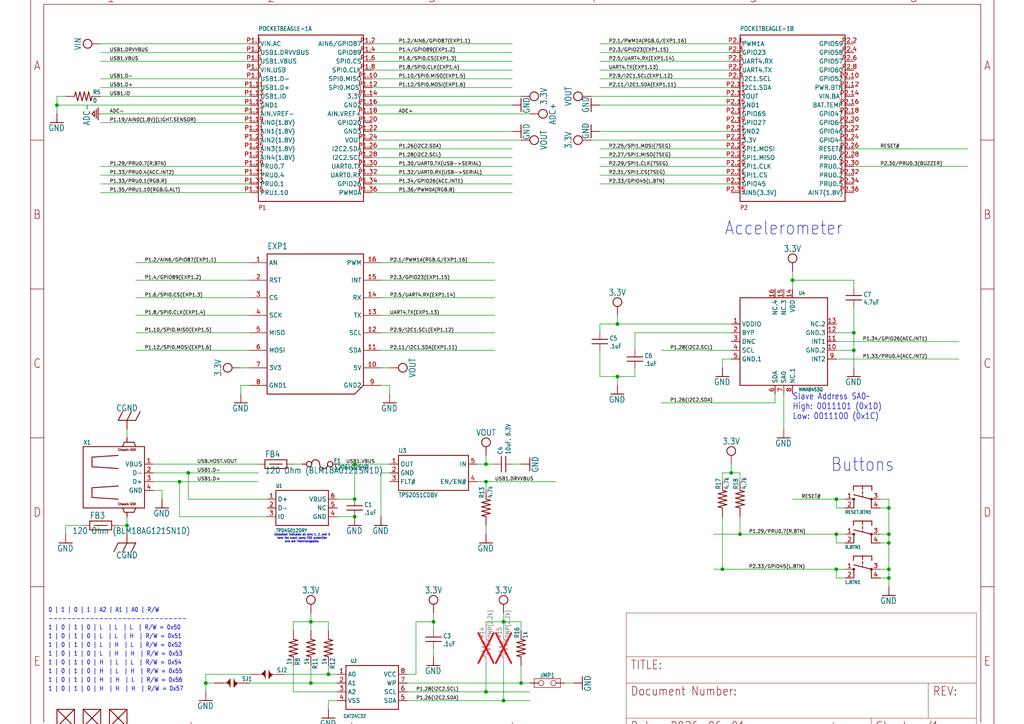
<source format=kicad_sch>
(kicad_sch (version 20231120) (generator "eeschema") (generator_version "8.0")
  (paper "A4")
  (junction (at 247.65 101.6))
  (junction (at 36.83 152.4))
  (junction (at 140.97 139.7))
  (junction (at 16.51 30.48))
  (junction (at 52.07 139.7))
  (junction (at 90.17 180.34))
  (junction (at 247.65 96.52))
  (junction (at 90.17 198.12))
  (junction (at 257.81 165.1))
  (junction (at 102.87 134.62))
  (junction (at 242.57 154.94))
  (junction (at 212.09 137.16))
  (junction (at 209.55 165.1))
  (junction (at 257.81 154.94))
  (junction (at 151.13 198.12))
  (junction (at 257.81 147.32))
  (junction (at 257.81 167.64))
  (junction (at 146.05 203.2))
  (junction (at 179.07 109.22))
  (junction (at 146.05 180.34))
  (junction (at 229.87 81.28))
  (junction (at 140.97 200.66))
  (junction (at 102.87 144.78))
  (junction (at 125.73 180.34))
  (junction (at 59.69 198.12))
  (junction (at 179.07 93.98))
  (junction (at 242.57 165.1))
  (junction (at 242.57 144.78))
  (junction (at 95.25 195.58))
  (junction (at 102.87 149.86))
  (junction (at 54.61 137.16))
  (junction (at 214.63 154.94))
  (junction (at 257.81 157.48))
  (junction (at 140.97 134.62))
  (wire (pts (xy 110.49 96.52) (xy 143.51 96.52)) (stroke (width 0.1524)))
  (wire (pts (xy 212.09 93.98) (xy 179.07 93.98)) (stroke (width 0.1524)))
  (wire (pts (xy 140.97 139.7) (xy 138.43 139.7)) (stroke (width 0.1524)))
  (wire (pts (xy 34.29 152.4) (xy 36.83 152.4)) (stroke (width 0.1524)))
  (wire (pts (xy 212.09 12.7) (xy 173.99 12.7)) (stroke (width 0.1524)))
  (wire (pts (xy 151.13 40.64) (xy 107.95 40.64)) (stroke (width 0.1524)))
  (wire (pts (xy 257.81 165.1) (xy 257.81 167.64)) (stroke (width 0.1524)))
  (wire (pts (xy 110.49 81.28) (xy 143.51 81.28)) (stroke (width 0.1524)))
  (wire (pts (xy 72.39 12.7) (xy 29.21 12.7)) (stroke (width 0.1524)))
  (wire (pts (xy 72.39 25.4) (xy 29.21 25.4)) (stroke (width 0.1524)))
  (wire (pts (xy 36.83 154.94) (xy 36.83 152.4)) (stroke (width 0.1524)))
  (wire (pts (xy 209.55 137.16) (xy 212.09 137.16)) (stroke (width 0.1524)))
  (wire (pts (xy 69.85 106.68) (xy 72.39 106.68)) (stroke (width 0.1524)))
  (wire (pts (xy 110.49 101.6) (xy 143.51 101.6)) (stroke (width 0.1524)))
  (wire (pts (xy 140.97 180.34) (xy 146.05 180.34)) (stroke (width 0.1524)))
  (wire (pts (xy 72.39 48.26) (xy 29.21 48.26)) (stroke (width 0.1524)))
  (wire (pts (xy 212.09 104.14) (xy 209.55 104.14)) (stroke (width 0.1524)))
  (wire (pts (xy 46.99 142.24) (xy 44.45 142.24)) (stroke (width 0.1524)))
  (wire (pts (xy 95.25 195.58) (xy 82.55 195.58)) (stroke (width 0.1524)))
  (wire (pts (xy 247.65 81.28) (xy 247.65 83.82)) (stroke (width 0.1524)))
  (wire (pts (xy 72.39 55.88) (xy 29.21 55.88)) (stroke (width 0.1524)))
  (wire (pts (xy 209.55 104.14) (xy 209.55 106.68)) (stroke (width 0.1524)))
  (wire (pts (xy 36.83 152.4) (xy 36.83 149.86)) (stroke (width 0.1524)))
  (wire (pts (xy 209.55 139.7) (xy 209.55 137.16)) (stroke (width 0.1524)))
  (wire (pts (xy 209.55 165.1) (xy 207.01 165.1)) (stroke (width 0.1524)))
  (wire (pts (xy 151.13 180.34) (xy 146.05 180.34)) (stroke (width 0.1524)))
  (wire (pts (xy 227.33 124.46) (xy 227.33 114.3)) (stroke (width 0.1524)))
  (wire (pts (xy 242.57 101.6) (xy 247.65 101.6)) (stroke (width 0.1524)))
  (wire (pts (xy 59.69 195.58) (xy 59.69 198.12)) (stroke (width 0.1524)))
  (wire (pts (xy 214.63 154.94) (xy 207.01 154.94)) (stroke (width 0.1524)))
  (wire (pts (xy 69.85 114.3) (xy 69.85 111.76)) (stroke (width 0.1524)))
  (wire (pts (xy 125.73 182.88) (xy 125.73 180.34)) (stroke (width 0.1524)))
  (wire (pts (xy 212.09 25.4) (xy 173.99 25.4)) (stroke (width 0.1524)))
  (wire (pts (xy 171.45 40.64) (xy 212.09 40.64)) (stroke (width 0.1524)))
  (wire (pts (xy 120.65 195.58) (xy 120.65 180.34)) (stroke (width 0.1524)))
  (wire (pts (xy 140.97 193.04) (xy 140.97 200.66)) (stroke (width 0.1524)))
  (wire (pts (xy 118.11 200.66) (xy 140.97 200.66)) (stroke (width 0.1524)))
  (wire (pts (xy 179.07 111.76) (xy 179.07 109.22)) (stroke (width 0.1524)))
  (wire (pts (xy 242.57 165.1) (xy 209.55 165.1)) (stroke (width 0.1524)))
  (wire (pts (xy 120.65 180.34) (xy 125.73 180.34)) (stroke (width 0.1524)))
  (wire (pts (xy 59.69 198.12) (xy 59.69 200.66)) (stroke (width 0.1524)))
  (wire (pts (xy 255.27 165.1) (xy 257.81 165.1)) (stroke (width 0.1524)))
  (wire (pts (xy 151.13 182.88) (xy 151.13 180.34)) (stroke (width 0.1524)))
  (wire (pts (xy 110.49 91.44) (xy 143.51 91.44)) (stroke (width 0.1524)))
  (wire (pts (xy 140.97 134.62) (xy 143.51 134.62)) (stroke (width 0.1524)))
  (wire (pts (xy 113.03 106.68) (xy 110.49 106.68)) (stroke (width 0.1524)))
  (wire (pts (xy 19.05 154.94) (xy 19.05 152.4)) (stroke (width 0.1524)))
  (wire (pts (xy 242.57 147.32) (xy 242.57 144.78)) (stroke (width 0.1524)))
  (wire (pts (xy 118.11 195.58) (xy 120.65 195.58)) (stroke (width 0.1524)))
  (wire (pts (xy 151.13 198.12) (xy 153.67 198.12)) (stroke (width 0.1524)))
  (wire (pts (xy 212.09 96.52) (xy 184.15 96.52)) (stroke (width 0.1524)))
  (wire (pts (xy 16.51 30.48) (xy 16.51 27.94)) (stroke (width 0.1524)))
  (wire (pts (xy 72.39 101.6) (xy 39.37 101.6)) (stroke (width 0.1524)))
  (wire (pts (xy 72.39 50.8) (xy 29.21 50.8)) (stroke (width 0.1524)))
  (wire (pts (xy 161.29 139.7) (xy 140.97 139.7)) (stroke (width 0.1524)))
  (wire (pts (xy 97.79 195.58) (xy 95.25 195.58)) (stroke (width 0.1524)))
  (wire (pts (xy 184.15 109.22) (xy 179.07 109.22)) (stroke (width 0.1524)))
  (wire (pts (xy 184.15 106.68) (xy 184.15 109.22)) (stroke (width 0.1524)))
  (wire (pts (xy 209.55 165.1) (xy 209.55 149.86)) (stroke (width 0.1524)))
  (wire (pts (xy 118.11 198.12) (xy 151.13 198.12)) (stroke (width 0.1524)))
  (wire (pts (xy 110.49 149.86) (xy 110.49 137.16)) (stroke (width 0.1524)))
  (wire (pts (xy 107.95 55.88) (xy 148.59 55.88)) (stroke (width 0.1524)))
  (wire (pts (xy 247.65 101.6) (xy 247.65 96.52)) (stroke (width 0.1524)))
  (wire (pts (xy 72.39 22.86) (xy 29.21 22.86)) (stroke (width 0.1524)))
  (wire (pts (xy 229.87 144.78) (xy 242.57 144.78)) (stroke (width 0.1524)))
  (wire (pts (xy 72.39 33.02) (xy 29.21 33.02)) (stroke (width 0.1524)))
  (wire (pts (xy 151.13 27.94) (xy 107.95 27.94)) (stroke (width 0.1524)))
  (wire (pts (xy 90.17 182.88) (xy 90.17 180.34)) (stroke (width 0.1524)))
  (wire (pts (xy 212.09 17.78) (xy 173.99 17.78)) (stroke (width 0.1524)))
  (wire (pts (xy 107.95 33.02) (xy 153.67 33.02)) (stroke (width 0.1524)))
  (wire (pts (xy 110.49 137.16) (xy 113.03 137.16)) (stroke (width 0.1524)))
  (wire (pts (xy 72.39 35.56) (xy 29.21 35.56)) (stroke (width 0.1524)))
  (wire (pts (xy 113.03 114.3) (xy 113.03 111.76)) (stroke (width 0.1524)))
  (wire (pts (xy 247.65 48.26) (xy 280.67 48.26)) (stroke (width 0.1524)))
  (wire (pts (xy 184.15 96.52) (xy 184.15 101.6)) (stroke (width 0.1524)))
  (wire (pts (xy 140.97 134.62) (xy 138.43 134.62)) (stroke (width 0.1524)))
  (wire (pts (xy 125.73 190.5) (xy 125.73 187.96)) (stroke (width 0.1524)))
  (wire (pts (xy 245.11 167.64) (xy 242.57 167.64)) (stroke (width 0.1524)))
  (wire (pts (xy 72.39 91.44) (xy 39.37 91.44)) (stroke (width 0.1524)))
  (wire (pts (xy 255.27 154.94) (xy 257.81 154.94)) (stroke (width 0.1524)))
  (wire (pts (xy 19.05 152.4) (xy 24.13 152.4)) (stroke (width 0.1524)))
  (wire (pts (xy 46.99 144.78) (xy 46.99 142.24)) (stroke (width 0.1524)))
  (wire (pts (xy 72.39 15.24) (xy 29.21 15.24)) (stroke (width 0.1524)))
  (wire (pts (xy 146.05 193.04) (xy 146.05 203.2)) (stroke (width 0.1524)))
  (wire (pts (xy 212.09 50.8) (xy 173.99 50.8)) (stroke (width 0.1524)))
  (wire (pts (xy 125.73 180.34) (xy 125.73 177.8)) (stroke (width 0.1524)))
  (wire (pts (xy 212.09 48.26) (xy 173.99 48.26)) (stroke (width 0.1524)))
  (wire (pts (xy 140.97 154.94) (xy 140.97 152.4)) (stroke (width 0.1524)))
  (wire (pts (xy 72.39 17.78) (xy 29.21 17.78)) (stroke (width 0.1524)))
  (wire (pts (xy 212.09 20.32) (xy 173.99 20.32)) (stroke (width 0.1524)))
  (wire (pts (xy 85.09 180.34) (xy 90.17 180.34)) (stroke (width 0.1524)))
  (wire (pts (xy 171.45 27.94) (xy 212.09 27.94)) (stroke (width 0.1524)))
  (wire (pts (xy 140.97 142.24) (xy 140.97 139.7)) (stroke (width 0.1524)))
  (wire (pts (xy 212.09 45.72) (xy 173.99 45.72)) (stroke (width 0.1524)))
  (wire (pts (xy 90.17 180.34) (xy 95.25 180.34)) (stroke (width 0.1524)))
  (wire (pts (xy 255.27 147.32) (xy 257.81 147.32)) (stroke (width 0.1524)))
  (wire (pts (xy 224.79 114.3) (xy 224.79 116.84)) (stroke (width 0.1524)))
  (wire (pts (xy 229.87 81.28) (xy 247.65 81.28)) (stroke (width 0.1524)))
  (wire (pts (xy 257.81 144.78) (xy 257.81 147.32)) (stroke (width 0.1524)))
  (wire (pts (xy 247.65 101.6) (xy 247.65 106.68)) (stroke (width 0.1524)))
  (wire (pts (xy 146.05 180.34) (xy 146.05 177.8)) (stroke (width 0.1524)))
  (wire (pts (xy 242.57 154.94) (xy 214.63 154.94)) (stroke (width 0.1524)))
  (wire (pts (xy 255.27 144.78) (xy 257.81 144.78)) (stroke (width 0.1524)))
  (wire (pts (xy 97.79 200.66) (xy 85.09 200.66)) (stroke (width 0.1524)))
  (wire (pts (xy 97.79 198.12) (xy 90.17 198.12)) (stroke (width 0.1524)))
  (wire (pts (xy 214.63 139.7) (xy 214.63 137.16)) (stroke (width 0.1524)))
  (wire (pts (xy 72.39 96.52) (xy 39.37 96.52)) (stroke (width 0.1524)))
  (wire (pts (xy 179.07 93.98) (xy 179.07 91.44)) (stroke (width 0.1524)))
  (wire (pts (xy 179.07 109.22) (xy 173.99 109.22)) (stroke (width 0.1524)))
  (wire (pts (xy 242.57 167.64) (xy 242.57 165.1)) (stroke (width 0.1524)))
  (wire (pts (xy 102.87 134.62) (xy 97.79 134.62)) (stroke (width 0.1524)))
  (wire (pts (xy 255.27 167.64) (xy 257.81 167.64)) (stroke (width 0.1524)))
  (wire (pts (xy 163.83 198.12) (xy 166.37 198.12)) (stroke (width 0.1524)))
  (wire (pts (xy 36.83 127) (xy 36.83 124.46)) (stroke (width 0.1524)))
  (wire (pts (xy 107.95 50.8) (xy 148.59 50.8)) (stroke (width 0.1524)))
  (wire (pts (xy 97.79 203.2) (xy 95.25 203.2)) (stroke (width 0.1524)))
  (wire (pts (xy 242.57 99.06) (xy 278.13 99.06)) (stroke (width 0.1524)))
  (wire (pts (xy 69.85 111.76) (xy 72.39 111.76)) (stroke (width 0.1524)))
  (wire (pts (xy 95.25 195.58) (xy 95.25 193.04)) (stroke (width 0.1524)))
  (wire (pts (xy 72.39 76.2) (xy 39.37 76.2)) (stroke (width 0.1524)))
  (wire (pts (xy 245.11 165.1) (xy 242.57 165.1)) (stroke (width 0.1524)))
  (wire (pts (xy 95.25 203.2) (xy 95.25 205.74)) (stroke (width 0.1524)))
  (wire (pts (xy 72.39 195.58) (xy 59.69 195.58)) (stroke (width 0.1524)))
  (wire (pts (xy 85.09 134.62) (xy 87.63 134.62)) (stroke (width 0.1524)))
  (wire (pts (xy 212.09 43.18) (xy 173.99 43.18)) (stroke (width 0.1524)))
  (wire (pts (xy 151.13 198.12) (xy 151.13 193.04)) (stroke (width 0.1524)))
  (wire (pts (xy 72.39 27.94) (xy 29.21 27.94)) (stroke (width 0.1524)))
  (wire (pts (xy 229.87 81.28) (xy 229.87 78.74)) (stroke (width 0.1524)))
  (wire (pts (xy 107.95 48.26) (xy 148.59 48.26)) (stroke (width 0.1524)))
  (wire (pts (xy 44.45 134.62) (xy 74.93 134.62)) (stroke (width 0.1524)))
  (wire (pts (xy 74.93 139.7) (xy 52.07 139.7)) (stroke (width 0.1524)))
  (wire (pts (xy 148.59 30.48) (xy 107.95 30.48)) (stroke (width 0.1524)))
  (wire (pts (xy 173.99 109.22) (xy 173.99 101.6)) (stroke (width 0.1524)))
  (wire (pts (xy 212.09 101.6) (xy 191.77 101.6)) (stroke (width 0.1524)))
  (wire (pts (xy 257.81 154.94) (xy 257.81 157.48)) (stroke (width 0.1524)))
  (wire (pts (xy 16.51 30.48) (xy 72.39 30.48)) (stroke (width 0.1524)))
  (wire (pts (xy 214.63 154.94) (xy 214.63 149.86)) (stroke (width 0.1524)))
  (wire (pts (xy 247.65 43.18) (xy 280.67 43.18)) (stroke (width 0.1524)))
  (wire (pts (xy 72.39 86.36) (xy 39.37 86.36)) (stroke (width 0.1524)))
  (wire (pts (xy 257.81 147.32) (xy 257.81 154.94)) (stroke (width 0.1524)))
  (wire (pts (xy 212.09 137.16) (xy 212.09 134.62)) (stroke (width 0.1524)))
  (wire (pts (xy 107.95 53.34) (xy 148.59 53.34)) (stroke (width 0.1524)))
  (wire (pts (xy 148.59 38.1) (xy 107.95 38.1)) (stroke (width 0.1524)))
  (wire (pts (xy 173.99 38.1) (xy 212.09 38.1)) (stroke (width 0.1524)))
  (wire (pts (xy 242.57 157.48) (xy 242.57 154.94)) (stroke (width 0.1524)))
  (wire (pts (xy 52.07 139.7) (xy 44.45 139.7)) (stroke (width 0.1524)))
  (wire (pts (xy 102.87 144.78) (xy 102.87 134.62)) (stroke (width 0.1524)))
  (wire (pts (xy 257.81 167.64) (xy 257.81 170.18)) (stroke (width 0.1524)))
  (wire (pts (xy 90.17 198.12) (xy 90.17 193.04)) (stroke (width 0.1524)))
  (wire (pts (xy 245.11 147.32) (xy 242.57 147.32)) (stroke (width 0.1524)))
  (wire (pts (xy 90.17 198.12) (xy 72.39 198.12)) (stroke (width 0.1524)))
  (wire (pts (xy 52.07 149.86) (xy 52.07 139.7)) (stroke (width 0.1524)))
  (wire (pts (xy 107.95 43.18) (xy 148.59 43.18)) (stroke (width 0.1524)))
  (wire (pts (xy 107.95 22.86) (xy 148.59 22.86)) (stroke (width 0.1524)))
  (wire (pts (xy 224.79 116.84) (xy 191.77 116.84)) (stroke (width 0.1524)))
  (wire (pts (xy 151.13 134.62) (xy 148.59 134.62)) (stroke (width 0.1524)))
  (wire (pts (xy 90.17 180.34) (xy 90.17 177.8)) (stroke (width 0.1524)))
  (wire (pts (xy 140.97 182.88) (xy 140.97 180.34)) (stroke (width 0.1524)))
  (wire (pts (xy 214.63 137.16) (xy 212.09 137.16)) (stroke (width 0.1524)))
  (wire (pts (xy 107.95 25.4) (xy 148.59 25.4)) (stroke (width 0.1524)))
  (wire (pts (xy 110.49 86.36) (xy 143.51 86.36)) (stroke (width 0.1524)))
  (wire (pts (xy 113.03 111.76) (xy 110.49 111.76)) (stroke (width 0.1524)))
  (wire (pts (xy 16.51 27.94) (xy 19.05 27.94)) (stroke (width 0.1524)))
  (wire (pts (xy 74.93 137.16) (xy 54.61 137.16)) (stroke (width 0.1524)))
  (wire (pts (xy 85.09 182.88) (xy 85.09 180.34)) (stroke (width 0.1524)))
  (wire (pts (xy 54.61 144.78) (xy 77.47 144.78)) (stroke (width 0.1524)))
  (wire (pts (xy 229.87 83.82) (xy 229.87 81.28)) (stroke (width 0.1524)))
  (wire (pts (xy 16.51 33.02) (xy 16.51 30.48)) (stroke (width 0.1524)))
  (wire (pts (xy 245.11 154.94) (xy 242.57 154.94)) (stroke (width 0.1524)))
  (wire (pts (xy 140.97 132.08) (xy 140.97 134.62)) (stroke (width 0.1524)))
  (wire (pts (xy 242.57 96.52) (xy 247.65 96.52)) (stroke (width 0.1524)))
  (wire (pts (xy 52.07 149.86) (xy 77.47 149.86)) (stroke (width 0.1524)))
  (wire (pts (xy 110.49 76.2) (xy 143.51 76.2)) (stroke (width 0.1524)))
  (wire (pts (xy 54.61 144.78) (xy 54.61 137.16)) (stroke (width 0.1524)))
  (wire (pts (xy 245.11 157.48) (xy 242.57 157.48)) (stroke (width 0.1524)))
  (wire (pts (xy 257.81 157.48) (xy 257.81 165.1)) (stroke (width 0.1524)))
  (wire (pts (xy 54.61 137.16) (xy 44.45 137.16)) (stroke (width 0.1524)))
  (wire (pts (xy 247.65 96.52) (xy 247.65 88.9)) (stroke (width 0.1524)))
  (wire (pts (xy 118.11 203.2) (xy 146.05 203.2)) (stroke (width 0.1524)))
  (wire (pts (xy 179.07 93.98) (xy 173.99 93.98)) (stroke (width 0.1524)))
  (wire (pts (xy 107.95 17.78) (xy 148.59 17.78)) (stroke (width 0.1524)))
  (wire (pts (xy 95.25 180.34) (xy 95.25 182.88)) (stroke (width 0.1524)))
  (wire (pts (xy 212.09 53.34) (xy 173.99 53.34)) (stroke (width 0.1524)))
  (wire (pts (xy 212.09 22.86) (xy 173.99 22.86)) (stroke (width 0.1524)))
  (wire (pts (xy 278.13 104.14) (xy 242.57 104.14)) (stroke (width 0.1524)))
  (wire (pts (xy 107.95 20.32) (xy 148.59 20.32)) (stroke (width 0.1524)))
  (wire (pts (xy 242.57 144.78) (xy 245.11 144.78)) (stroke (width 0.1524)))
  (wire (pts (xy 255.27 157.48) (xy 257.81 157.48)) (stroke (width 0.1524)))
  (wire (pts (xy 146.05 203.2) (xy 153.67 203.2)) (stroke (width 0.1524)))
  (wire (pts (xy 97.79 144.78) (xy 102.87 144.78)) (stroke (width 0.1524)))
  (wire (pts (xy 107.95 12.7) (xy 148.59 12.7)) (stroke (width 0.1524)))
  (wire (pts (xy 140.97 200.66) (xy 153.67 200.66)) (stroke (width 0.1524)))
  (wire (pts (xy 107.95 15.24) (xy 148.59 15.24)) (stroke (width 0.1524)))
  (wire (pts (xy 173.99 30.48) (xy 212.09 30.48)) (stroke (width 0.1524)))
  (wire (pts (xy 72.39 81.28) (xy 39.37 81.28)) (stroke (width 0.1524)))
  (wire (pts (xy 212.09 15.24) (xy 173.99 15.24)) (stroke (width 0.1524)))
  (wire (pts (xy 97.79 149.86) (xy 102.87 149.86)) (stroke (width 0.1524)))
  (wire (pts (xy 107.95 45.72) (xy 148.59 45.72)) (stroke (width 0.1524)))
  (wire (pts (xy 173.99 93.98) (xy 173.99 96.52)) (stroke (width 0.1524)))
  (wire (pts (xy 85.09 200.66) (xy 85.09 193.04)) (stroke (width 0.1524)))
  (wire (pts (xy 102.87 134.62) (xy 113.03 134.62)) (stroke (width 0.1524)))
  (wire (pts (xy 72.39 53.34) (xy 29.21 53.34)) (stroke (width 0.1524)))
  (wire (pts (xy 146.05 182.88) (xy 146.05 180.34)) (stroke (width 0.1524)))
  (wire (pts (xy 62.23 198.12) (xy 59.69 198.12)) (stroke (width 0.1524)))
  (text "Accelerometer" (at 227.33 68.58 0) (effects (font (size 3.81 3.2385)) (justify bottom)))
  (text "Buttons" (at 250.19 137.16 0) (effects (font (size 3.81 3.2385)) (justify bottom)))
  (text "1 | 0 | 1 | 0 | H  | L  | L  | R/W = 0x54" (at 13.97 193.04 0) (effects (font (size 1.27 1.0795)) (justify left bottom)))
  (text "1 | 0 | 1 | 0 | L  | H  | H  | R/W = 0x53" (at 13.97 190.5 0) (effects (font (size 1.27 1.0795)) (justify left bottom)))
  (text "1 | 0 | 1 | 0 | H  | H  | H  | R/W = 0x57" (at 13.97 200.66 0) (effects (font (size 1.27 1.0795)) (justify left bottom)))
  (text "Slave Address SA0~\nHigh: 0011101 (0x1D)\nLow: 0011100 (0x1C)" (at 229.87 121.92 0) (effects (font (size 1.778 1.5113)) (justify left bottom)))
  (text "1 | 0 | 1 | 0 | H  | H  | L  | R/W = 0x56" (at 13.97 198.12 0) (effects (font (size 1.27 1.0795)) (justify left bottom)))
  (text "1 | 0 | 1 | 0 | H  | L  | H  | R/W = 0x55" (at 13.97 195.58 0) (effects (font (size 1.27 1.0795)) (justify left bottom)))
  (text "0 | 1 | 0 | 1 | A2 | A1 | A0 | R/W" (at 13.97 177.8 0) (effects (font (size 1.27 1.0795)) (justify left bottom)))
  (text "1 | 0 | 1 | 0 | L  | L  | L  | R/W = 0x50" (at 13.97 182.88 0) (effects (font (size 1.27 1.0795)) (justify left bottom)))
  (text "1 | 0 | 1 | 0 | L  | L  | H  | R/W = 0x51" (at 13.97 185.42 0) (effects (font (size 1.27 1.0795)) (justify left bottom)))
  (text "1 | 0 | 1 | 0 | L  | H  | L  | R/W = 0x52" (at 13.97 187.96 0) (effects (font (size 1.27 1.0795)) (justify left bottom)))
  (text "Datasheet indicates all pins 1, 2, and 3\nhave the exact same ESD protection\nand are interchangeable." (at 87.63 156.21 0) (effects (font (size 0.6096 0.5181))))
  (text "------------------------------" (at 13.97 180.34 0) (effects (font (size 1.27 1.0795)) (justify left bottom)))
  (label "USB1.DRVVBUS" (at 143.51 139.7 0) (effects (font (size 0.9957 0.9957))))
  (label "P1.19/AIN0(1.8V)(LIGHT.SENSOR)" (at 31.75 35.56 0) (effects (font (size 0.9957 0.9957))))
  (label "P1.4/GPIO89(EXP1.2)" (at 115.57 15.24 0) (effects (font (size 0.9957 0.9957))))
  (label "P1.10/SPI0.MISO(EXP1.5)" (at 115.57 22.86 0) (effects (font (size 0.9957 0.9957))))
  (label "P1.26(I2C2.SDA)" (at 115.57 43.18 0) (effects (font (size 0.9957 0.9957))))
  (label "RESET#" (at 232.41 144.78 0) (effects (font (size 0.9957 0.9957))))
  (label "UART4.TX(EXP1.13)" (at 176.53 20.32 0) (effects (font (size 0.9957 0.9957))))
  (label "P1.30/UART0.TX(USB->SERIAL)" (at 115.57 48.26 0) (effects (font (size 0.9957 0.9957))))
  (label "P1.2/AIN6/GPIO87(EXP1.1)" (at 115.57 12.7 0) (effects (font (size 0.9957 0.9957))))
  (label "P1.35/PRU1.10(RGB.G.ALT)" (at 31.75 55.88 0) (effects (font (size 0.9957 0.9957))))
  (label "P1.28(I2C2.SCL)" (at 115.57 45.72 0) (effects (font (size 0.9957 0.9957))))
  (label "P2.30/PRU0.3(BUZZER)" (at 255.27 48.26 0) (effects (font (size 0.9957 0.9957))))
  (label "USB1.VBUS" (at 100.33 134.62 0) (effects (font (size 0.9957 0.9957))))
  (label "P2.1/PWM1A(RGB.G/EXP1.16)" (at 113.03 76.2 0) (effects (font (size 0.9957 0.9957))))
  (label "P2.27/SPI1.MISO(7SEG)" (at 176.53 45.72 0) (effects (font (size 0.9957 0.9957))))
  (label "USB1.ID" (at 31.75 27.94 0) (effects (font (size 0.9957 0.9957))))
  (label "P2.3/GPIO23(EXP1.15)" (at 113.03 81.28 0) (effects (font (size 0.9957 0.9957))))
  (label "P1.36/PWM0A(RGB.B)" (at 115.57 55.88 0) (effects (font (size 0.9957 0.9957))))
  (label "P1.32/UART0.RX(USB->SERIAL)" (at 115.57 50.8 0) (effects (font (size 0.9957 0.9957))))
  (label "P2.29/SPI1.CLK(7SEG)" (at 176.53 48.26 0) (effects (font (size 0.9957 0.9957))))
  (label "USB.HOST.VOUT" (at 57.15 134.62 0) (effects (font (size 0.9957 0.9957))))
  (label "USB1.VBUS" (at 31.75 17.78 0) (effects (font (size 0.9957 0.9957))))
  (label "P1.33/PRU0.4(ACC.INT2)" (at 250.19 104.14 0) (effects (font (size 0.9957 0.9957))))
  (label "P1.26(I2C2.SDA)" (at 194.31 116.84 0) (effects (font (size 0.9957 0.9957))))
  (label "P2.9/I2C1.SCL(EXP1.12)" (at 176.53 22.86 0) (effects (font (size 0.9957 0.9957))))
  (label "USB1.D-" (at 57.15 137.16 0) (effects (font (size 0.9957 0.9957))))
  (label "P1.26(I2C2.SDA)" (at 120.65 203.2 0) (effects (font (size 0.9957 0.9957))))
  (label "P2.11/I2C1.SDA(EXP1.11)" (at 113.03 101.6 0) (effects (font (size 0.9957 0.9957))))
  (label "ADC-" (at 31.75 33.02 0) (effects (font (size 0.9957 0.9957))))
  (label "P2.31/SPI1.CS(7SEG)" (at 176.53 50.8 0) (effects (font (size 0.9957 0.9957))))
  (label "P1.29/PRU0.7(R.BTN)" (at 31.75 48.26 0) (effects (font (size 0.9957 0.9957))))
  (label "P1.8/SPI0.CLK(EXP1.4)" (at 115.57 20.32 0) (effects (font (size 0.9957 0.9957))))
  (label "RESET#" (at 255.27 43.18 0) (effects (font (size 0.9957 0.9957))))
  (label "P1.34/GPIO26(ACC.INT1)" (at 115.57 53.34 0) (effects (font (size 0.9957 0.9957))))
  (label "P1.12/SPI0.MOSI(EXP1.6)" (at 115.57 25.4 0) (effects (font (size 0.9957 0.9957))))
  (label "USB1.DRVVBUS" (at 31.75 15.24 0) (effects (font (size 0.9957 0.9957))))
  (label "P1.4/GPIO89(EXP1.2)" (at 41.91 81.28 0) (effects (font (size 0.9957 0.9957))))
  (label "P1.28(I2C2.SCL)" (at 120.65 200.66 0) (effects (font (size 0.9957 0.9957))))
  (label "UART4.TX(EXP1.13)" (at 113.03 91.44 0) (effects (font (size 0.9957 0.9957))))
  (label "P1.29/PRU0.7(R.BTN)" (at 217.17 154.94 0) (effects (font (size 0.9957 0.9957))))
  (label "P1.28(I2C2.SCL)" (at 194.31 101.6 0) (effects (font (size 0.9957 0.9957))))
  (label "P1.6/SPI0.CS(EXP1.3)" (at 41.91 86.36 0) (effects (font (size 0.9957 0.9957))))
  (label "P1.33/PRU0.1(RGB.R)" (at 31.75 53.34 0) (effects (font (size 0.9957 0.9957))))
  (label "P2.9/I2C1.SCL(EXP1.12)" (at 113.03 96.52 0) (effects (font (size 0.9957 0.9957))))
  (label "P1.34/GPIO26(ACC.INT1)" (at 250.19 99.06 0) (effects (font (size 0.9957 0.9957))))
  (label "ADC+" (at 115.57 33.02 0) (effects (font (size 0.9957 0.9957))))
  (label "P2.5/UART4.RX(EXP1.14)" (at 113.03 86.36 0) (effects (font (size 0.9957 0.9957))))
  (label "P2.5/UART4.RX(EXP1.14)" (at 176.53 17.78 0) (effects (font (size 0.9957 0.9957))))
  (label "P2.33/GPIO45(L.BTN)" (at 217.17 165.1 0) (effects (font (size 0.9957 0.9957))))
  (label "P1.33/PRU0.4(ACC.INT2)" (at 31.75 50.8 0) (effects (font (size 0.9957 0.9957))))
  (label "P2.11/I2C1.SDA(EXP1.11)" (at 176.53 25.4 0) (effects (font (size 0.9957 0.9957))))
  (label "P1.10/SPI0.MISO(EXP1.5)" (at 41.91 96.52 0) (effects (font (size 0.9957 0.9957))))
  (label "P2.3/GPIO23(EXP1.15)" (at 176.53 15.24 0) (effects (font (size 0.9957 0.9957))))
  (label "P2.25/SPI1.MOSI(7SEG)" (at 176.53 43.18 0) (effects (font (size 0.9957 0.9957))))
  (label "P2.33/GPIO45(L.BTN)" (at 176.53 53.34 0) (effects (font (size 0.9957 0.9957))))
  (label "USB1.D+" (at 31.75 25.4 0) (effects (font (size 0.9957 0.9957))))
  (label "P1.12/SPI0.MOSI(EXP1.6)" (at 41.91 101.6 0) (effects (font (size 0.9957 0.9957))))
  (label "P1.8/SPI0.CLK(EXP1.4)" (at 41.91 91.44 0) (effects (font (size 0.9957 0.9957))))
  (label "P1.6/SPI0.CS(EXP1.3)" (at 115.57 17.78 0) (effects (font (size 0.9957 0.9957))))
  (label "USB1.D+" (at 57.15 139.7 0) (effects (font (size 0.9957 0.9957))))
  (label "P2.1/PWM1A(RGB.G/EXP1.16)" (at 176.53 12.7 0) (effects (font (size 0.9957 0.9957))))
  (label "USB1.D-" (at 31.75 22.86 0) (effects (font (size 0.9957 0.9957))))
  (label "P1.2/AIN6/GPIO87(EXP1.1)" (at 41.91 76.2 0) (effects (font (size 0.9957 0.9957))))
  (symbol (lib_id "TechLab-eagle-import:SparkFun-Aesthetics_GND") (at 16.51 35.56 0) (unit 1)
    (property "Reference" "#GND1" (effects (hide yes)))
    (property "Value" "GND" (at 13.97 38.1 0) (effects (font (size 1.778 1.5113)) (justify left bottom)))
  )
  (symbol (lib_id "TechLab-eagle-import:3.3V") (at 168.91 40.64 90) (unit 1)
    (property "Reference" "#SUPPLY20" (effects (hide yes)))
    (property "Value" "3.3V" (at 164.846 40.64 0) (effects (font (size 1.778 1.5113))))
  )
  (symbol (lib_id "TechLab-eagle-import:JUMPER-(X2)") (at 158.75 198.12 0) (unit 1)
    (property "Reference" "JMP1" (at 158.75 196.596 0) (effects (font (size 1.27 1.0795)) (justify bottom)))
    (property "Value" "JUMPER-(X2)" (effects (hide yes)))
    (property "Footprint" "TechLab:JUMPER-(X2)" (effects (hide yes)))
  )
  (symbol (lib_id "TechLab-eagle-import:SparkFun-Aesthetics_GND") (at 171.45 38.1 270) (unit 1)
    (property "Reference" "#GND19" (effects (hide yes)))
    (property "Value" "GND" (at 168.91 35.56 0) (effects (font (size 1.778 1.5113)) (justify left bottom)))
  )
  (symbol (lib_id "TechLab-eagle-import:3.3V") (at 212.09 132.08 0) (unit 1)
    (property "Reference" "#SUPPLY36" (effects (hide yes)))
    (property "Value" "3.3V" (at 212.09 128.016 0) (effects (font (size 1.778 1.5113))))
  )
  (symbol (lib_id "TechLab-eagle-import:RESISTOR-(INCH)-0402") (at 146.05 187.96 90) (unit 1) (dnp yes)
    (property "Reference" "R15" (at 145.542 185.166 0) (effects (font (size 1.27 1.0795)) (justify left bottom)))
    (property "Value" "DNP(2.2k)" (at 146.558 185.166 0) (effects (font (size 1.27 1.0795)) (justify left top)))
    (property "Footprint" "TechLab:0402" (effects (hide yes)))
  )
  (symbol (lib_id "TechLab-eagle-import:SparkFun-Aesthetics_GND") (at 140.97 157.48 0) (unit 1)
    (property "Reference" "#GND13" (effects (hide yes)))
    (property "Value" "GND" (at 138.43 160.02 0) (effects (font (size 1.778 1.5113)) (justify left bottom)))
  )
  (symbol (lib_id "TechLab-eagle-import:SparkFun-Aesthetics_GND") (at 110.49 152.4 0) (unit 1)
    (property "Reference" "#GND9" (effects (hide yes)))
    (property "Value" "GND" (at 107.95 154.94 0) (effects (font (size 1.778 1.5113)) (justify left bottom)))
  )
  (symbol (lib_id "TechLab-eagle-import:TPS2051CDBV") (at 125.73 137.16 0) (unit 1)
    (property "Reference" "U3" (at 115.57 130.048 0) (effects (font (size 1.27 1.0795)) (justify left top)))
    (property "Value" "TPS2051CDBV" (at 115.57 144.272 0) (effects (font (size 1.27 1.0795)) (justify left bottom)))
    (property "Footprint" "TechLab:SOT23-5(TI-DBV)" (effects (hide yes)))
  )
  (symbol (lib_id "TechLab-eagle-import:TACTILE.SWITCH-6MM") (at 250.19 165.1 0) (unit 1)
    (property "Reference" "L.BTN1" (at 245.11 169.418 0) (effects (font (size 1.016 0.8636)) (justify left bottom)))
    (property "Value" "TACTILE.SWITCH-6MM" (effects (hide yes)))
    (property "Footprint" "TechLab:6MM_TACTILE-SWITCH" (effects (hide yes)))
  )
  (symbol (lib_id "TechLab-eagle-import:3.3V") (at 90.17 175.26 0) (unit 1)
    (property "Reference" "#SUPPLY8" (effects (hide yes)))
    (property "Value" "3.3V" (at 90.17 171.196 0) (effects (font (size 1.778 1.5113))))
  )
  (symbol (lib_id "TechLab-eagle-import:SparkFun-Aesthetics_GND") (at 168.91 198.12 90) (unit 1)
    (property "Reference" "#GND17" (effects (hide yes)))
    (property "Value" "GND" (at 171.45 200.66 0) (effects (font (size 1.778 1.5113)) (justify left bottom)))
  )
  (symbol (lib_id "TechLab-eagle-import:SparkFun-Aesthetics_GND") (at 125.73 193.04 0) (unit 1)
    (property "Reference" "#GND12" (effects (hide yes)))
    (property "Value" "GND" (at 123.19 195.58 0) (effects (font (size 1.778 1.5113)) (justify left bottom)))
  )
  (symbol (lib_id "TechLab-eagle-import:VOUT") (at 168.91 27.94 90) (unit 1)
    (property "Reference" "#SUPPLY17" (effects (hide yes)))
    (property "Value" "VOUT" (at 164.846 27.94 0) (effects (font (size 1.778 1.5113))))
  )
  (symbol (lib_id "TechLab-eagle-import:GND") (at 209.55 109.22 0) (unit 1)
    (property "Reference" "#GND21" (effects (hide yes)))
    (property "Value" "GND" (at 207.01 111.76 0) (effects (font (size 1.778 1.5113)) (justify left bottom)))
  )
  (symbol (lib_id "TechLab-eagle-import:POCKETBEAGLE-(ORIGIN-CENTER)-SMT.PADS(ONLY)-NO.RESTRICT") (at 90.17 35.56 0) (unit 1)
    (property "Reference" "POCKETBEAGLE-1" (at 74.93 7.62 0) (effects (font (size 1.27 1.0795)) (justify left top)))
    (property "Value" "POCKETBEAGLE-(ORIGIN-CENTER)-SMT.PADS(ONLY)-NO.RESTRICT" (effects (hide yes)))
    (property "Footprint" "TechLab:POCKETBEAGLE-(ORIGIN-CENTER)-SMT.PADS(ONLY)-NO.RESTRICT" (effects (hide yes)))
  )
  (symbol (lib_id "TechLab-eagle-import:RESISTOR-(INCH)-0402") (at 214.63 144.78 90) (unit 1)
    (property "Reference" "R18" (at 214.122 141.986 0) (effects (font (size 1.27 1.0795)) (justify left bottom)))
    (property "Value" "4.7k" (at 215.138 141.986 0) (effects (font (size 1.27 1.0795)) (justify left top)))
    (property "Footprint" "TechLab:0402" (effects (hide yes)))
  )
  (symbol (lib_id "TechLab-eagle-import:RESISTOR-(INCH)-0402") (at 140.97 187.96 90) (unit 1) (dnp yes)
    (property "Reference" "R14" (at 140.462 185.166 0) (effects (font (size 1.27 1.0795)) (justify left bottom)))
    (property "Value" "DNP(2.2k)" (at 141.478 185.166 0) (effects (font (size 1.27 1.0795)) (justify left top)))
    (property "Footprint" "TechLab:0402" (effects (hide yes)))
  )
  (symbol (lib_id "TechLab-eagle-import:292303-1") (at 31.75 139.7 0) (unit 1)
    (property "Reference" "X1" (at 24.13 129.032 0) (effects (font (size 1.27 1.0795)) (justify left bottom)))
    (property "Value" "292303-1" (effects (hide yes)))
    (property "Footprint" "TechLab:292303-1" (effects (hide yes)))
  )
  (symbol (lib_id "TechLab-eagle-import:SparkFun-Aesthetics_GND") (at 69.85 116.84 0) (unit 1)
    (property "Reference" "#GND5" (effects (hide yes)))
    (property "Value" "GND" (at 67.31 119.38 0) (effects (font (size 1.778 1.5113)) (justify left bottom)))
  )
  (symbol (lib_id "TechLab-eagle-import:CGND") (at 36.83 157.48 0) (unit 1)
    (property "Reference" "#SUPPLY4" (effects (hide yes)))
    (property "Value" "CGND" (at 36.83 161.036 0) (effects (font (size 1.778 1.5113))))
  )
  (symbol (lib_id "TechLab-eagle-import:3.3V") (at 229.87 76.2 0) (unit 1)
    (property "Reference" "#SUPPLY37" (effects (hide yes)))
    (property "Value" "3.3V" (at 229.87 72.136 0) (effects (font (size 1.778 1.5113))))
  )
  (symbol (lib_id "TechLab-eagle-import:SparkFun-Aesthetics_GND") (at 59.69 203.2 0) (unit 1)
    (property "Reference" "#GND4" (effects (hide yes)))
    (property "Value" "GND" (at 57.15 205.74 0) (effects (font (size 1.778 1.5113)) (justify left bottom)))
  )
  (symbol (lib_id "TechLab-eagle-import:CAPACITOR-(INCH)-0805") (at 146.05 134.62 90) (unit 1)
    (property "Reference" "C4" (at 145.796 131.826 0) (effects (font (size 1.27 1.0795)) (justify left bottom)))
    (property "Value" "10uF, 6.3V" (at 148.082 131.826 0) (effects (font (size 1.27 1.0795)) (justify left bottom)))
    (property "Footprint" "TechLab:0805" (effects (hide yes)))
  )
  (symbol (lib_id "TechLab-eagle-import:SOLDER.JOINT-(INCH)-0402") (at 77.47 195.58 0) (unit 1)
    (property "Reference" "SJ2" (at 80.264 195.072 0) (effects (font (size 1.27 1.0795)) (justify left bottom)))
    (property "Value" "SOLDER.JOINT-(INCH)-0402" (effects (hide yes)))
    (property "Footprint" "TechLab:SOLDER.JOINT(0402)" (effects (hide yes)))
  )
  (symbol (lib_id "TechLab-eagle-import:GND") (at 247.65 109.22 0) (unit 1)
    (property "Reference" "#GND31" (effects (hide yes)))
    (property "Value" "GND" (at 245.11 111.76 0) (effects (font (size 1.778 1.5113)) (justify left bottom)))
  )
  (symbol (lib_id "TechLab-eagle-import:SOLDER.JOINT-(INCH)-0402") (at 67.31 198.12 0) (unit 1)
    (property "Reference" "SJ1" (at 70.104 197.612 0) (effects (font (size 1.27 1.0795)) (justify left bottom)))
    (property "Value" "SOLDER.JOINT-(INCH)-0402" (effects (hide yes)))
    (property "Footprint" "TechLab:SOLDER.JOINT(0402)" (effects (hide yes)))
  )
  (symbol (lib_id "TechLab-eagle-import:SparkFun-Aesthetics_GND") (at 113.03 116.84 0) (unit 1)
    (property "Reference" "#GND10" (effects (hide yes)))
    (property "Value" "GND" (at 110.49 119.38 0) (effects (font (size 1.778 1.5113)) (justify left bottom)))
  )
  (symbol (lib_id "TechLab-eagle-import:FIDUCIAL") (at 19.05 208.28 0) (unit 1)
    (property "Reference" "FUD1" (effects (hide yes)))
    (property "Value" "FIDUCIAL" (effects (hide yes)))
    (property "Footprint" "TechLab:FIDUCIAL_40MIL" (effects (hide yes)))
  )
  (symbol (lib_id "TechLab-eagle-import:3.3V") (at 146.05 175.26 0) (unit 1)
    (property "Reference" "#SUPPLY12" (effects (hide yes)))
    (property "Value" "3.3V" (at 146.05 171.196 0) (effects (font (size 1.778 1.5113))))
  )
  (symbol (lib_id "TechLab-eagle-import:SparkFun-Aesthetics_GND") (at 46.99 147.32 0) (unit 1)
    (property "Reference" "#GND3" (effects (hide yes)))
    (property "Value" "GND" (at 44.45 149.86 0) (effects (font (size 1.778 1.5113)) (justify left bottom)))
  )
  (symbol (lib_id "TechLab-eagle-import:CAT24C32") (at 107.95 200.66 0) (unit 1)
    (property "Reference" "U2" (at 102.616 192.278 0) (effects (font (size 1.016 0.8636)) (justify bottom)))
    (property "Value" "CAT24C32" (at 102.87 208.28 0) (effects (font (size 1.016 0.8636)) (justify bottom)))
    (property "Footprint" "TechLab:UDFN8,2X3(ON-SEMI)" (effects (hide yes)))
  )
  (symbol (lib_id "TechLab-eagle-import:RESISTOR-(INCH)-0402") (at 140.97 147.32 90) (unit 1)
    (property "Reference" "R13" (at 140.462 144.526 0) (effects (font (size 1.27 1.0795)) (justify left bottom)))
    (property "Value" "4.7k" (at 141.478 144.526 0) (effects (font (size 1.27 1.0795)) (justify left top)))
    (property "Footprint" "TechLab:0402" (effects (hide yes)))
  )
  (symbol (lib_id "TechLab-eagle-import:POCKETBEAGLE-(ORIGIN-CENTER)-SMT.PADS(ONLY)-NO.RESTRICT") (at 229.87 35.56 0) (unit 2)
    (property "Reference" "POCKETBEAGLE-1" (at 214.63 7.62 0) (effects (font (size 1.27 1.0795)) (justify left top)))
    (property "Value" "POCKETBEAGLE-(ORIGIN-CENTER)-SMT.PADS(ONLY)-NO.RESTRICT" (effects (hide yes)))
    (property "Footprint" "TechLab:POCKETBEAGLE-(ORIGIN-CENTER)-SMT.PADS(ONLY)-NO.RESTRICT" (effects (hide yes)))
  )
  (symbol (lib_id "TechLab-eagle-import:FIDUCIAL") (at 34.29 208.28 0) (unit 1)
    (property "Reference" "FUD3" (effects (hide yes)))
    (property "Value" "FIDUCIAL" (effects (hide yes)))
    (property "Footprint" "TechLab:FIDUCIAL_40MIL" (effects (hide yes)))
  )
  (symbol (lib_id "TechLab-eagle-import:CAPACITOR-(INCH)-0402") (at 247.65 86.36 0) (unit 1)
    (property "Reference" "C7" (at 250.444 86.106 0) (effects (font (size 1.27 1.0795)) (justify left bottom)))
    (property "Value" "4.7uF" (at 250.444 88.392 0) (effects (font (size 1.27 1.0795)) (justify left bottom)))
    (property "Footprint" "TechLab:0402" (effects (hide yes)))
  )
  (symbol (lib_id "TechLab-eagle-import:SparkFun-Aesthetics_GND") (at 171.45 30.48 270) (unit 1)
    (property "Reference" "#GND18" (effects (hide yes)))
    (property "Value" "GND" (at 168.91 27.94 0) (effects (font (size 1.778 1.5113)) (justify left bottom)))
  )
  (symbol (lib_id "TechLab-eagle-import:FIDUCIAL") (at 26.67 208.28 0) (unit 1)
    (property "Reference" "FUD2" (effects (hide yes)))
    (property "Value" "FIDUCIAL" (effects (hide yes)))
    (property "Footprint" "TechLab:FIDUCIAL_40MIL" (effects (hide yes)))
  )
  (symbol (lib_id "TechLab-eagle-import:VOUT") (at 140.97 129.54 0) (unit 1)
    (property "Reference" "#SUPPLY11" (effects (hide yes)))
    (property "Value" "VOUT" (at 140.97 125.476 0) (effects (font (size 1.778 1.5113))))
  )
  (symbol (lib_id "TechLab-eagle-import:GND") (at 257.81 172.72 0) (unit 1)
    (property "Reference" "#GND33" (effects (hide yes)))
    (property "Value" "GND" (at 255.27 175.26 0) (effects (font (size 1.778 1.5113)) (justify left bottom)))
  )
  (symbol (lib_id "TechLab-eagle-import:FB-(INCH)-0603") (at 29.21 152.4 0) (unit 1)
    (property "Reference" "FB3" (at 26.035 150.495 0) (effects (font (size 1.778 1.5113)) (justify left bottom)))
    (property "Value" "120 Ohm (BLM18AG121SN1D)" (at 20.955 154.94 0) (effects (font (size 1.778 1.5113)) (justify left bottom)))
    (property "Footprint" "TechLab:0603" (effects (hide yes)))
  )
  (symbol (lib_id "TechLab-eagle-import:GND") (at 179.07 114.3 0) (unit 1)
    (property "Reference" "#GND20" (effects (hide yes)))
    (property "Value" "GND" (at 176.53 116.84 0) (effects (font (size 1.778 1.5113)) (justify left bottom)))
  )
  (symbol (lib_id "TechLab-eagle-import:VOUT") (at 115.57 106.68 270) (unit 1)
    (property "Reference" "#SUPPLY9" (effects (hide yes)))
    (property "Value" "VOUT" (at 119.634 106.68 0) (effects (font (size 1.778 1.5113))))
  )
  (symbol (lib_id "TechLab-eagle-import:3.3V") (at 179.07 88.9 0) (unit 1)
    (property "Reference" "#SUPPLY21" (effects (hide yes)))
    (property "Value" "3.3V" (at 179.07 84.836 0) (effects (font (size 1.778 1.5113))))
  )
  (symbol (lib_id "TechLab-eagle-import:FUSE-(INCH)-1206") (at 92.71 134.62 0) (unit 1)
    (property "Reference" "F1" (at 96.774 134.366 0) (effects (font (size 1.27 1.0795)) (justify left bottom)))
    (property "Value" "1206L025YR" (at 96.774 134.874 0) (effects (font (size 1.27 1.0795)) (justify left top)))
    (property "Footprint" "TechLab:1206" (effects (hide yes)))
  )
  (symbol (lib_id "TechLab-eagle-import:TACTILE.SWITCH-3X3.5MM") (at 250.19 144.78 0) (unit 1)
    (property "Reference" "RESET.BTN1" (at 245.11 149.098 0) (effects (font (size 1.016 0.8636)) (justify left bottom)))
    (property "Value" "TACTILE.SWITCH-3X3.5MM" (effects (hide yes)))
    (property "Footprint" "TechLab:3X3.5MM-TACTILE-SWITCH" (effects (hide yes)))
  )
  (symbol (lib_id "TechLab-eagle-import:GND") (at 227.33 127 0) (unit 1)
    (property "Reference" "#GND24" (effects (hide yes)))
    (property "Value" "GND" (at 224.79 129.54 0) (effects (font (size 1.778 1.5113)) (justify left bottom)))
  )
  (symbol (lib_id "TechLab-eagle-import:VIN") (at 26.67 12.7 90) (unit 1)
    (property "Reference" "#SUPPLY1" (effects (hide yes)))
    (property "Value" "VIN" (at 22.606 12.7 0) (effects (font (size 1.778 1.5113))))
  )
  (symbol (lib_id "TechLab-eagle-import:3.3V") (at 125.73 175.26 0) (unit 1)
    (property "Reference" "#SUPPLY10" (effects (hide yes)))
    (property "Value" "3.3V" (at 125.73 171.196 0) (effects (font (size 1.778 1.5113))))
  )
  (symbol (lib_id "TechLab-eagle-import:SparkFun-Aesthetics_GND") (at 151.13 38.1 90) (unit 1)
    (property "Reference" "#GND15" (effects (hide yes)))
    (property "Value" "GND" (at 153.67 40.64 0) (effects (font (size 1.778 1.5113)) (justify left bottom)))
  )
  (symbol (lib_id "TechLab-eagle-import:MMA8453Q") (at 227.33 99.06 0) (unit 1)
    (property "Reference" "U4" (at 231.648 85.598 0) (effects (font (size 1.016 0.8636)) (justify left bottom)))
    (property "Value" "MMA8453Q" (at 231.648 113.538 0) (effects (font (size 1.016 0.8636)) (justify left bottom)))
    (property "Footprint" "TechLab:QFN-16-(MMA8453Q)" (effects (hide yes)))
  )
  (symbol (lib_id "TechLab-eagle-import:FB-(INCH)-0603") (at 80.01 134.62 0) (unit 1)
    (property "Reference" "FB4" (at 76.835 132.715 0) (effects (font (size 1.778 1.5113)) (justify left bottom)))
    (property "Value" "120 Ohm (BLM18AG121SN1D)" (at 76.835 137.414 0) (effects (font (size 1.778 1.5113)) (justify left bottom)))
    (property "Footprint" "TechLab:0603" (effects (hide yes)))
  )
  (symbol (lib_id "TechLab-eagle-import:RESISTOR-(INCH)-0402") (at 151.13 187.96 90) (unit 1)
    (property "Reference" "R16" (at 150.622 185.166 0) (effects (font (size 1.27 1.0795)) (justify left bottom)))
    (property "Value" "1k" (at 151.638 185.166 0) (effects (font (size 1.27 1.0795)) (justify left top)))
    (property "Footprint" "TechLab:0402" (effects (hide yes)))
  )
  (symbol (lib_id "TechLab-eagle-import:SparkFun-Aesthetics_GND") (at 151.13 30.48 90) (unit 1)
    (property "Reference" "#GND14" (effects (hide yes)))
    (property "Value" "GND" (at 153.67 33.02 0) (effects (font (size 1.778 1.5113)) (justify left bottom)))
  )
  (symbol (lib_id "TechLab-eagle-import:CGND") (at 36.83 121.92 180) (unit 1)
    (property "Reference" "#SUPPLY3" (effects (hide yes)))
    (property "Value" "CGND" (at 36.83 118.364 0) (effects (font (size 1.778 1.5113))))
  )
  (symbol (lib_id "TechLab-eagle-import:SparkFun-Aesthetics_GND") (at 19.05 157.48 0) (unit 1)
    (property "Reference" "#GND2" (effects (hide yes)))
    (property "Value" "GND" (at 16.51 160.02 0) (effects (font (size 1.778 1.5113)) (justify left bottom)))
  )
  (symbol (lib_id "TechLab-eagle-import:3.3V") (at 153.67 27.94 270) (unit 1)
    (property "Reference" "#SUPPLY13" (effects (hide yes)))
    (property "Value" "3.3V" (at 157.734 27.94 0) (effects (font (size 1.778 1.5113))))
  )
  (symbol (lib_id "TechLab-eagle-import:CAPACITOR-(INCH)-0402") (at 184.15 104.14 0) (unit 1)
    (property "Reference" "C6" (at 186.944 103.886 0) (effects (font (size 1.27 1.0795)) (justify left bottom)))
    (property "Value" ".1uF" (at 186.944 106.172 0) (effects (font (size 1.27 1.0795)) (justify left bottom)))
    (property "Footprint" "TechLab:0402" (effects (hide yes)))
  )
  (symbol (lib_id "TechLab-eagle-import:SparkFun-Aesthetics_GND") (at 102.87 152.4 0) (unit 1)
    (property "Reference" "#GND8" (effects (hide yes)))
    (property "Value" "GND" (at 100.33 154.94 0) (effects (font (size 1.778 1.5113)) (justify left bottom)))
  )
  (symbol (lib_id "TechLab-eagle-import:3.3V") (at 67.31 106.68 90) (unit 1)
    (property "Reference" "#SUPPLY7" (effects (hide yes)))
    (property "Value" "3.3V" (at 63.246 106.68 0) (effects (font (size 1.778 1.5113))))
  )
  (symbol (lib_id "TechLab-eagle-import:RESISTOR-(INCH)-0402") (at 24.13 27.94 0) (unit 1)
    (property "Reference" "R5" (at 26.924 27.432 0) (effects (font (size 1.27 1.0795)) (justify left bottom)))
    (property "Value" "0" (at 26.924 28.448 0) (effects (font (size 1.27 1.0795)) (justify left top)))
    (property "Footprint" "TechLab:0402" (effects (hide yes)))
  )
  (symbol (lib_id "TechLab-eagle-import:FRAME_A_L") (at 8.89 213.36 0) (unit 1)
    (property "Reference" "#FRAME1" (effects (hide yes)))
    (property "Value" "FRAME_A_L" (effects (hide yes)))
  )
  (symbol (lib_id "TechLab-eagle-import:TACTILE.SWITCH-6MM") (at 250.19 154.94 0) (unit 1)
    (property "Reference" "R.BTN1" (at 245.11 159.258 0) (effects (font (size 1.016 0.8636)) (justify left bottom)))
    (property "Value" "TACTILE.SWITCH-6MM" (effects (hide yes)))
    (property "Footprint" "TechLab:6MM_TACTILE-SWITCH" (effects (hide yes)))
  )
  (symbol (lib_id "TechLab-eagle-import:VOUT") (at 153.67 40.64 270) (unit 1)
    (property "Reference" "#SUPPLY14" (effects (hide yes)))
    (property "Value" "VOUT" (at 157.734 40.64 0) (effects (font (size 1.778 1.5113))))
  )
  (symbol (lib_id "TechLab-eagle-import:ADC+") (at 156.21 33.02 270) (unit 1)
    (property "Reference" "#SUPPLY15" (effects (hide yes)))
    (property "Value" "ADC+" (at 160.274 33.02 0) (effects (font (size 1.778 1.5113))))
  )
  (symbol (lib_id "TechLab-eagle-import:SparkFun-Aesthetics_GND") (at 153.67 134.62 90) (unit 1)
    (property "Reference" "#GND16" (effects (hide yes)))
    (property "Value" "GND" (at 156.21 137.16 0) (effects (font (size 1.778 1.5113)) (justify left bottom)))
  )
  (symbol (lib_id "TechLab-eagle-import:CAPACITOR-(INCH)-0402") (at 125.73 185.42 0) (unit 1)
    (property "Reference" "C3" (at 128.524 185.166 0) (effects (font (size 1.27 1.0795)) (justify left bottom)))
    (property "Value" ".1uF" (at 128.524 187.452 0) (effects (font (size 1.27 1.0795)) (justify left bottom)))
    (property "Footprint" "TechLab:0402" (effects (hide yes)))
  )
  (symbol (lib_id "TechLab-eagle-import:ADC-") (at 26.67 33.02 270) (unit 1)
    (property "Reference" "#SUPPLY2" (effects (hide yes)))
    (property "Value" "ADC-" (at 25.146 33.274 0) (effects (font (size 1.778 1.5113))))
  )
  (symbol (lib_id "TechLab-eagle-import:RESISTOR-(INCH)-0402") (at 95.25 187.96 270) (unit 1)
    (property "Reference" "R12" (at 95.758 190.754 0) (effects (font (size 1.27 1.0795)) (justify left bottom)))
    (property "Value" "1k" (at 94.742 190.754 0) (effects (font (size 1.27 1.0795)) (justify left top)))
    (property "Footprint" "TechLab:0402" (effects (hide yes)))
  )
  (symbol (lib_id "TechLab-eagle-import:CAPACITOR-(INCH)-0402") (at 102.87 147.32 0) (unit 1)
    (property "Reference" "C1" (at 105.664 147.066 0) (effects (font (size 1.27 1.0795)) (justify left bottom)))
    (property "Value" ".1uF" (at 105.664 149.352 0) (effects (font (size 1.27 1.0795)) (justify left bottom)))
    (property "Footprint" "TechLab:0402" (effects (hide yes)))
  )
  (symbol (lib_id "TechLab-eagle-import:CAPACITOR-(INCH)-0402") (at 173.99 99.06 0) (unit 1)
    (property "Reference" "C5" (at 176.784 98.806 0) (effects (font (size 1.27 1.0795)) (justify left bottom)))
    (property "Value" ".1uF" (at 176.784 101.092 0) (effects (font (size 1.27 1.0795)) (justify left bottom)))
    (property "Footprint" "TechLab:0402" (effects (hide yes)))
  )
  (symbol (lib_id "TechLab-eagle-import:RESISTOR-(INCH)-0402") (at 209.55 144.78 90) (unit 1)
    (property "Reference" "R17" (at 209.042 141.986 0) (effects (font (size 1.27 1.0795)) (justify left bottom)))
    (property "Value" "4.7k" (at 210.058 141.986 0) (effects (font (size 1.27 1.0795)) (justify left top)))
    (property "Footprint" "TechLab:0402" (effects (hide yes)))
  )
  (symbol (lib_id "TechLab-eagle-import:RESISTOR-(INCH)-0402") (at 90.17 187.96 270) (unit 1)
    (property "Reference" "R11" (at 90.678 190.754 0) (effects (font (size 1.27 1.0795)) (justify left bottom)))
    (property "Value" "1k" (at 89.662 190.754 0) (effects (font (size 1.27 1.0795)) (justify left top)))
    (property "Footprint" "TechLab:0402" (effects (hide yes)))
  )
  (symbol (lib_id "TechLab-eagle-import:RESISTOR-(INCH)-0402") (at 85.09 187.96 270) (unit 1)
    (property "Reference" "R8" (at 85.598 190.754 0) (effects (font (size 1.27 1.0795)) (justify left bottom)))
    (property "Value" "1k" (at 84.582 190.754 0) (effects (font (size 1.27 1.0795)) (justify left top)))
    (property "Footprint" "TechLab:0402" (effects (hide yes)))
  )
  (symbol (lib_id "TechLab-eagle-import:TPD4S012DRYR") (at 87.63 147.32 0) (unit 1)
    (property "Reference" "U1" (at 80.01 141.478 0) (effects (font (size 1.016 0.8636)) (justify left bottom)))
    (property "Value" "TPD4S012DRY" (at 80.01 154.432 0) (effects (font (size 1.016 0.8636)) (justify left bottom)))
    (property "Footprint" "TechLab:SON-6(TI)-DRY" (effects (hide yes)))
  )
  (symbol (lib_id "TechLab-eagle-import:PARALLEL-8PIN-0.9INCH_PITCH-SMT_GP") (at 92.71 93.98 0) (unit 1)
    (property "Reference" "EXP1" (at 77.47 72.39 0) (effects (font (size 1.778 1.5113)) (justify left bottom)))
    (property "Value" "PARALLEL-8PIN-0.9INCH_PITCH-SMT_GP" (effects (hide yes)))
    (property "Footprint" "TechLab:PARALLEL-8PIN-0.9INCH_PITCH-SMT_GP" (effects (hide yes)))
  )
  (symbol (lib_id "TechLab-eagle-import:SparkFun-Aesthetics_GND") (at 95.25 208.28 0) (unit 1)
    (property "Reference" "#GND6" (effects (hide yes)))
    (property "Value" "GND" (at 92.71 210.82 0) (effects (font (size 1.778 1.5113)) (justify left bottom)))
  )
  (symbol (lib_id "TechLab-eagle-import:FRAME_A_L") (at 181.61 213.36 0) (unit 2)
    (property "Reference" "#FRAME1" (effects (hide yes)))
    (property "Value" "FRAME_A_L" (effects (hide yes)))
  )
)
</source>
